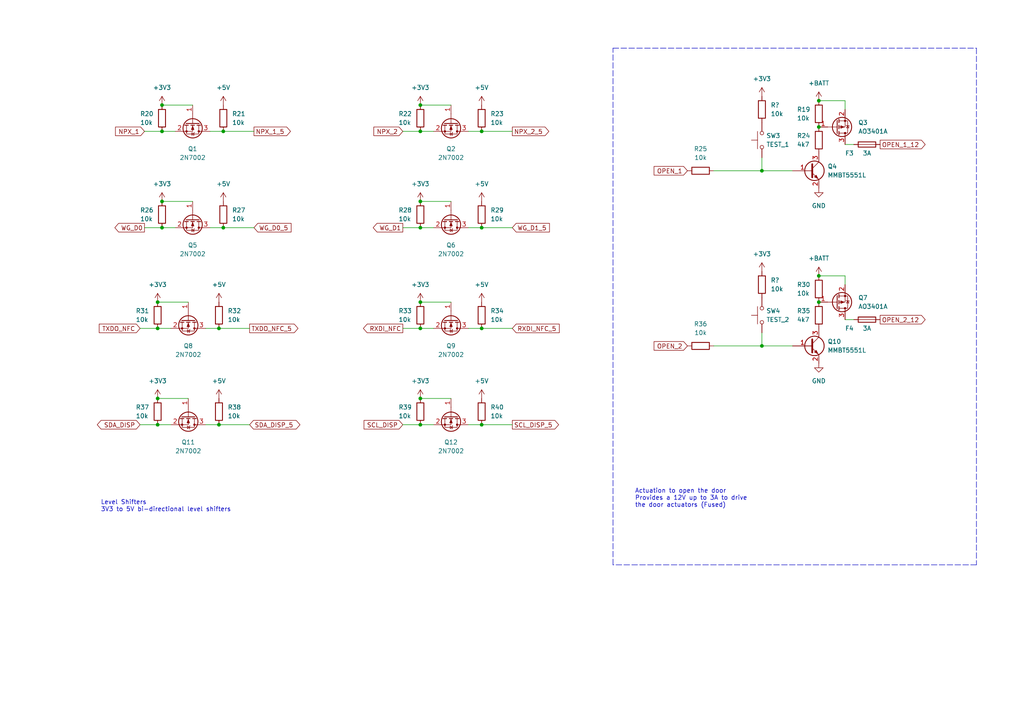
<source format=kicad_sch>
(kicad_sch (version 20211123) (generator eeschema)
  (paper "A4")
  (lib_symbols
    (symbol "Device:Fuse" (pin_numbers hide) (pin_names (offset 0))
      (property "Reference" "F" (at 2.032 0 90))
      (property "Value" "Fuse" (at -1.905 0 90))
      (symbol "Fuse_0_1"
        (rectangle (start -0.762 -2.54) (end 0.762 2.54) (stroke (width 0.254)))
        (polyline (pts (xy 0 2.54) (xy 0 -2.54)))
      )
      (symbol "Fuse_1_1"
        (pin passive line (at 0 3.81 270) (length 1.27) (name "~") (number "1"))
        (pin passive line (at 0 -3.81 90) (length 1.27) (name "~") (number "2"))
      )
    )
    (symbol "Device:R" (pin_numbers hide) (pin_names (offset 0))
      (property "Reference" "R" (at 2.032 0 90))
      (property "Value" "R" (at 0 0 90))
      (symbol "R_0_1"
        (rectangle (start -1.016 -2.54) (end 1.016 2.54) (stroke (width 0.254)))
      )
      (symbol "R_1_1"
        (pin passive line (at 0 3.81 270) (length 1.27) (name "~") (number "1"))
        (pin passive line (at 0 -3.81 90) (length 1.27) (name "~") (number "2"))
      )
    )
    (symbol "Power:V_BATT" (power) (pin_names (offset 0))
      (property "Value" "V_BATT" (at 0 3.556 0))
      (symbol "V_BATT_0_1"
        (polyline (pts (xy -0.762 1.27) (xy 0 2.54)))
        (polyline (pts (xy 0 0) (xy 0 2.54)))
        (polyline (pts (xy 0 2.54) (xy 0.762 1.27)))
      )
      (symbol "V_BATT_1_1"
        (pin power_in line (at 0 0 90) (length 0) hide (name "+BATT") (number "1"))
      )
    )
    (symbol "Switch:SW_Push" (pin_numbers hide) (pin_names (offset 1.016) hide)
      (property "Reference" "SW" (at 1.27 2.54 0))
      (property "Value" "SW_Push" (at 0 -1.524 0))
      (symbol "SW_Push_0_1"
        (circle (center -2.032 0) (radius 0.508))
        (polyline (pts (xy 0 1.27) (xy 0 3.048)))
        (polyline (pts (xy 2.54 1.27) (xy -2.54 1.27)))
        (circle (center 2.032 0) (radius 0.508))
        (pin passive line (at -5.08 0 0) (length 2.54) (name "1") (number "1"))
        (pin passive line (at 5.08 0 180) (length 2.54) (name "2") (number "2"))
      )
    )
    (symbol "Transistor_BJT:MMBT5551L" (pin_names (offset 0) hide)
      (property "Reference" "Q" (at 5.08 1.905 0))
      (property "Value" "MMBT5551L" (at 5.08 0 0))
      (symbol "MMBT5551L_0_1"
        (polyline (pts (xy 0.635 0.635) (xy 2.54 2.54)))
        (polyline (pts (xy 0.635 -0.635) (xy 2.54 -2.54) (xy 2.54 -2.54)))
        (polyline (pts (xy 0.635 1.905) (xy 0.635 -1.905) (xy 0.635 -1.905)) (stroke (width 0.508)))
        (polyline (pts (xy 1.27 -1.778) (xy 1.778 -1.27) (xy 2.286 -2.286) (xy 1.27 -1.778) (xy 1.27 -1.778)) (fill (type outline)))
        (circle (center 1.27 0) (radius 2.8194) (stroke (width 0.254)))
      )
      (symbol "MMBT5551L_1_1"
        (pin input line (at -5.08 0 0) (length 5.715) (name "B") (number "1"))
        (pin passive line (at 2.54 -5.08 90) (length 2.54) (name "E") (number "2"))
        (pin passive line (at 2.54 5.08 270) (length 2.54) (name "C") (number "3"))
      )
    )
    (symbol "Transistor_FET:2N7002" (pin_names hide)
      (property "Reference" "Q" (at 5.08 1.905 0))
      (property "Value" "2N7002" (at 5.08 0 0))
      (symbol "2N7002_0_1"
        (polyline (pts (xy 0.254 0) (xy -2.54 0)))
        (polyline (pts (xy 0.254 1.905) (xy 0.254 -1.905)) (stroke (width 0.254)))
        (polyline (pts (xy 0.762 -1.27) (xy 0.762 -2.286)) (stroke (width 0.254)))
        (polyline (pts (xy 0.762 0.508) (xy 0.762 -0.508)) (stroke (width 0.254)))
        (polyline (pts (xy 0.762 2.286) (xy 0.762 1.27)) (stroke (width 0.254)))
        (polyline (pts (xy 2.54 2.54) (xy 2.54 1.778)))
        (polyline (pts (xy 2.54 -2.54) (xy 2.54 0) (xy 0.762 0)))
        (polyline (pts (xy 0.762 -1.778) (xy 3.302 -1.778) (xy 3.302 1.778) (xy 0.762 1.778)))
        (polyline (pts (xy 1.016 0) (xy 2.032 0.381) (xy 2.032 -0.381) (xy 1.016 0)) (fill (type outline)))
        (polyline (pts (xy 2.794 0.508) (xy 2.921 0.381) (xy 3.683 0.381) (xy 3.81 0.254)))
        (polyline (pts (xy 3.302 0.381) (xy 2.921 -0.254) (xy 3.683 -0.254) (xy 3.302 0.381)))
        (circle (center 1.651 0) (radius 2.794) (stroke (width 0.254)))
        (circle (center 2.54 -1.778) (radius 0.254) (fill (type outline)))
        (circle (center 2.54 1.778) (radius 0.254) (fill (type outline)))
      )
      (symbol "2N7002_1_1"
        (pin input line (at -5.08 0 0) (length 2.54) (name "G") (number "1"))
        (pin passive line (at 2.54 -5.08 90) (length 2.54) (name "S") (number "2"))
        (pin passive line (at 2.54 5.08 270) (length 2.54) (name "D") (number "3"))
      )
    )
    (symbol "Transistor_FET:AO3401A" (pin_names hide)
      (property "Reference" "Q" (at 5.08 1.905 0))
      (property "Value" "AO3401A" (at 5.08 0 0))
      (symbol "AO3401A_0_1"
        (polyline (pts (xy 0.254 0) (xy -2.54 0)))
        (polyline (pts (xy 0.254 1.905) (xy 0.254 -1.905)) (stroke (width 0.254)))
        (polyline (pts (xy 0.762 -1.27) (xy 0.762 -2.286)) (stroke (width 0.254)))
        (polyline (pts (xy 0.762 0.508) (xy 0.762 -0.508)) (stroke (width 0.254)))
        (polyline (pts (xy 0.762 2.286) (xy 0.762 1.27)) (stroke (width 0.254)))
        (polyline (pts (xy 2.54 2.54) (xy 2.54 1.778)))
        (polyline (pts (xy 2.54 -2.54) (xy 2.54 0) (xy 0.762 0)))
        (polyline (pts (xy 0.762 1.778) (xy 3.302 1.778) (xy 3.302 -1.778) (xy 0.762 -1.778)))
        (polyline (pts (xy 2.286 0) (xy 1.27 0.381) (xy 1.27 -0.381) (xy 2.286 0)) (fill (type outline)))
        (polyline (pts (xy 2.794 -0.508) (xy 2.921 -0.381) (xy 3.683 -0.381) (xy 3.81 -0.254)))
        (polyline (pts (xy 3.302 -0.381) (xy 2.921 0.254) (xy 3.683 0.254) (xy 3.302 -0.381)))
        (circle (center 1.651 0) (radius 2.794) (stroke (width 0.254)))
        (circle (center 2.54 -1.778) (radius 0.254) (fill (type outline)))
        (circle (center 2.54 1.778) (radius 0.254) (fill (type outline)))
      )
      (symbol "AO3401A_1_1"
        (pin input line (at -5.08 0 0) (length 2.54) (name "G") (number "1"))
        (pin passive line (at 2.54 -5.08 90) (length 2.54) (name "S") (number "2"))
        (pin passive line (at 2.54 5.08 270) (length 2.54) (name "D") (number "3"))
      )
    )
    (symbol "power:+3V3" (power) (pin_names (offset 0))
      (property "Value" "+3V3" (at 0 3.556 0))
      (symbol "+3V3_0_1"
        (polyline (pts (xy -0.762 1.27) (xy 0 2.54)))
        (polyline (pts (xy 0 0) (xy 0 2.54)))
        (polyline (pts (xy 0 2.54) (xy 0.762 1.27)))
      )
      (symbol "+3V3_1_1"
        (pin power_in line (at 0 0 90) (length 0) hide (name "+3V3") (number "1"))
      )
    )
    (symbol "power:+5V" (power) (pin_names (offset 0))
      (property "Value" "+5V" (at 0 3.556 0))
      (symbol "+5V_0_1"
        (polyline (pts (xy -0.762 1.27) (xy 0 2.54)))
        (polyline (pts (xy 0 0) (xy 0 2.54)))
        (polyline (pts (xy 0 2.54) (xy 0.762 1.27)))
      )
      (symbol "+5V_1_1"
        (pin power_in line (at 0 0 90) (length 0) hide (name "+5V") (number "1"))
      )
    )
    (symbol "power:GND" (power) (pin_names (offset 0))
      (property "Value" "GND" (at 0 -3.81 0))
      (symbol "GND_0_1"
        (polyline (pts (xy 0 0) (xy 0 -1.27) (xy 1.27 -1.27) (xy 0 -2.54) (xy -1.27 -1.27) (xy 0 -1.27)))
      )
      (symbol "GND_1_1"
        (pin power_in line (at 0 0 270) (length 0) hide (name "GND") (number "1"))
      )
    )
  )
  (junction (at 121.92 38.1))
  (junction (at 45.72 123.19))
  (junction (at 121.92 58.42))
  (junction (at 46.99 66.04))
  (junction (at 121.92 87.63))
  (junction (at 64.77 38.1))
  (junction (at 121.92 115.57))
  (junction (at 63.5 123.19))
  (junction (at 237.49 29.21))
  (junction (at 139.7 123.19))
  (junction (at 220.98 49.53))
  (junction (at 220.98 100.33))
  (junction (at 63.5 95.25))
  (junction (at 45.72 95.25))
  (junction (at 121.92 30.48))
  (junction (at 139.7 38.1))
  (junction (at 45.72 87.63))
  (junction (at 237.49 36.83))
  (junction (at 121.92 95.25))
  (junction (at 139.7 95.25))
  (junction (at 64.77 66.04))
  (junction (at 46.99 30.48))
  (junction (at 237.49 80.01))
  (junction (at 121.92 66.04))
  (junction (at 121.92 123.19))
  (junction (at 139.7 66.04))
  (junction (at 237.49 87.63))
  (junction (at 46.99 58.42))
  (junction (at 45.72 115.57))
  (junction (at 46.99 38.1))
  (wire (pts (xy 59.69 95.25) (xy 63.5 95.25)))
  (wire (pts (xy 135.89 66.04) (xy 139.7 66.04)))
  (wire (pts (xy 121.92 58.42) (xy 130.81 58.42)))
  (wire (pts (xy 46.99 66.04) (xy 50.8 66.04)))
  (wire (pts (xy 40.64 95.25) (xy 45.72 95.25)))
  (wire (pts (xy 220.98 49.53) (xy 229.87 49.53)))
  (wire (pts (xy 45.72 87.63) (xy 54.61 87.63)))
  (wire (pts (xy 46.99 38.1) (xy 50.8 38.1)))
  (wire (pts (xy 245.11 92.71) (xy 247.65 92.71)))
  (wire (pts (xy 72.39 123.19) (xy 63.5 123.19)))
  (wire (pts (xy 121.92 95.25) (xy 125.73 95.25)))
  (polyline (pts (xy 283.21 163.83) (xy 177.8 163.83)))
  (wire (pts (xy 135.89 123.19) (xy 139.7 123.19)))
  (wire (pts (xy 220.98 100.33) (xy 229.87 100.33)))
  (wire (pts (xy 139.7 123.19) (xy 148.59 123.19)))
  (wire (pts (xy 121.92 115.57) (xy 130.81 115.57)))
  (wire (pts (xy 207.01 100.33) (xy 220.98 100.33)))
  (wire (pts (xy 135.89 38.1) (xy 139.7 38.1)))
  (wire (pts (xy 121.92 38.1) (xy 125.73 38.1)))
  (wire (pts (xy 245.11 29.21) (xy 245.11 31.75)))
  (wire (pts (xy 121.92 87.63) (xy 130.81 87.63)))
  (wire (pts (xy 139.7 38.1) (xy 148.59 38.1)))
  (wire (pts (xy 46.99 58.42) (xy 55.88 58.42)))
  (wire (pts (xy 72.39 95.25) (xy 63.5 95.25)))
  (wire (pts (xy 139.7 95.25) (xy 148.59 95.25)))
  (wire (pts (xy 121.92 66.04) (xy 125.73 66.04)))
  (polyline (pts (xy 283.21 13.97) (xy 283.21 163.83)))
  (wire (pts (xy 121.92 123.19) (xy 125.73 123.19)))
  (wire (pts (xy 41.91 38.1) (xy 46.99 38.1)))
  (wire (pts (xy 237.49 29.21) (xy 245.11 29.21)))
  (polyline (pts (xy 177.8 13.97) (xy 283.21 13.97)))
  (wire (pts (xy 245.11 41.91) (xy 247.65 41.91)))
  (wire (pts (xy 116.84 95.25) (xy 121.92 95.25)))
  (wire (pts (xy 45.72 123.19) (xy 49.53 123.19)))
  (wire (pts (xy 73.66 66.04) (xy 64.77 66.04)))
  (wire (pts (xy 220.98 45.72) (xy 220.98 49.53)))
  (wire (pts (xy 45.72 95.25) (xy 49.53 95.25)))
  (wire (pts (xy 60.96 66.04) (xy 64.77 66.04)))
  (polyline (pts (xy 177.8 163.83) (xy 177.8 13.97)))
  (wire (pts (xy 139.7 66.04) (xy 148.59 66.04)))
  (wire (pts (xy 116.84 123.19) (xy 121.92 123.19)))
  (wire (pts (xy 220.98 96.52) (xy 220.98 100.33)))
  (wire (pts (xy 60.96 38.1) (xy 64.77 38.1)))
  (wire (pts (xy 59.69 123.19) (xy 63.5 123.19)))
  (wire (pts (xy 41.91 66.04) (xy 46.99 66.04)))
  (wire (pts (xy 116.84 38.1) (xy 121.92 38.1)))
  (wire (pts (xy 45.72 115.57) (xy 54.61 115.57)))
  (wire (pts (xy 64.77 38.1) (xy 73.66 38.1)))
  (wire (pts (xy 40.64 123.19) (xy 45.72 123.19)))
  (wire (pts (xy 116.84 66.04) (xy 121.92 66.04)))
  (wire (pts (xy 245.11 80.01) (xy 245.11 82.55)))
  (wire (pts (xy 121.92 30.48) (xy 130.81 30.48)))
  (wire (pts (xy 135.89 95.25) (xy 139.7 95.25)))
  (wire (pts (xy 207.01 49.53) (xy 220.98 49.53)))
  (wire (pts (xy 237.49 80.01) (xy 245.11 80.01)))
  (wire (pts (xy 46.99 30.48) (xy 55.88 30.48)))
  (text "Level Shifters\n3V3 to 5V bi-directional level shifters" (at 29.21 148.59 0) (effects (font (size 1.27 1.27)) (justify left bottom)))
  (text "Actuation to open the door\nProvides a 12V up to 3A to drive\nthe door actuators (Fused)" (at 184.15 147.32 0) (effects (font (size 1.27 1.27)) (justify left bottom)))
  (global_label "SDA_DISP_5" (shape bidirectional) (at 72.39 123.19 0) (property "Intersheet References" "${INTERSHEET_REFS}" (effects hide)))
  (global_label "NPX_1" (shape input) (at 41.91 38.1 180) (property "Intersheet References" "${INTERSHEET_REFS}" (effects hide)))
  (global_label "OPEN_1" (shape input) (at 199.39 49.53 180) (property "Intersheet References" "${INTERSHEET_REFS}" (effects hide)))
  (global_label "RXDI_NFC" (shape output) (at 116.84 95.25 180) (property "Intersheet References" "${INTERSHEET_REFS}" (effects hide)))
  (global_label "OPEN_2" (shape input) (at 199.39 100.33 180) (property "Intersheet References" "${INTERSHEET_REFS}" (effects hide)))
  (global_label "SCL_DISP_5" (shape output) (at 148.59 123.19 0) (property "Intersheet References" "${INTERSHEET_REFS}" (effects hide)))
  (global_label "WG_D0_5" (shape input) (at 73.66 66.04 0) (property "Intersheet References" "${INTERSHEET_REFS}" (effects hide)))
  (global_label "OPEN_1_12" (shape output) (at 255.27 41.91 0) (property "Intersheet References" "${INTERSHEET_REFS}" (effects hide)))
  (global_label "SDA_DISP" (shape bidirectional) (at 40.64 123.19 180) (property "Intersheet References" "${INTERSHEET_REFS}" (effects hide)))
  (global_label "SCL_DISP" (shape input) (at 116.84 123.19 180) (property "Intersheet References" "${INTERSHEET_REFS}" (effects hide)))
  (global_label "WG_D0" (shape output) (at 41.91 66.04 180) (property "Intersheet References" "${INTERSHEET_REFS}" (effects hide)))
  (global_label "NPX_2" (shape input) (at 116.84 38.1 180) (property "Intersheet References" "${INTERSHEET_REFS}" (effects hide)))
  (global_label "RXDI_NFC_5" (shape input) (at 148.59 95.25 0) (property "Intersheet References" "${INTERSHEET_REFS}" (effects hide)))
  (global_label "TXDO_NFC" (shape input) (at 40.64 95.25 180) (property "Intersheet References" "${INTERSHEET_REFS}" (effects hide)))
  (global_label "NPX_1_5" (shape output) (at 73.66 38.1 0) (property "Intersheet References" "${INTERSHEET_REFS}" (effects hide)))
  (global_label "WG_D1" (shape output) (at 116.84 66.04 180) (property "Intersheet References" "${INTERSHEET_REFS}" (effects hide)))
  (global_label "NPX_2_5" (shape output) (at 148.59 38.1 0) (property "Intersheet References" "${INTERSHEET_REFS}" (effects hide)))
  (global_label "WG_D1_5" (shape input) (at 148.59 66.04 0) (property "Intersheet References" "${INTERSHEET_REFS}" (effects hide)))
  (global_label "OPEN_2_12" (shape output) (at 255.27 92.71 0) (property "Intersheet References" "${INTERSHEET_REFS}" (effects hide)))
  (global_label "TXDO_NFC_5" (shape output) (at 72.39 95.25 0) (property "Intersheet References" "${INTERSHEET_REFS}" (effects hide)))
  (symbol (lib_id "power:+5V") (at 64.77 58.42 0) (unit 1)
    (property "Reference" "#PWR061" (effects hide))
    (property "Value" "+5V" (at 64.77 53.34 0))
  )
  (symbol (lib_id "Device:R") (at 203.2 100.33 90) (unit 1)
    (property "Reference" "R36" (at 203.2 93.98 90))
    (property "Value" "10k" (at 203.2 96.52 90))
    (property "Footprint" "Resistor_SMD:R_0603_1608Metric" (effects hide))
    (property "LCSC" "C25804" (effects hide))
  )
  (symbol (lib_id "Device:R") (at 203.2 49.53 90) (unit 1)
    (property "Reference" "R25" (at 203.2 43.18 90))
    (property "Value" "10k" (at 203.2 45.72 90))
    (property "Footprint" "Resistor_SMD:R_0603_1608Metric" (effects hide))
    (property "LCSC" "C25804" (effects hide))
  )
  (symbol (lib_id "Transistor_FET:2N7002") (at 54.61 120.65 270) (unit 1)
    (property "Reference" "Q11" (at 54.61 128.27 90))
    (property "Value" "2N7002" (at 54.61 130.81 90))
    (property "Footprint" "Package_TO_SOT_SMD:SOT-23" (effects hide))
    (property "Datasheet" "https://www.onsemi.com/pub/Collateral/NDS7002A-D.PDF" (effects hide))
    (property "LCSC" "C8545" (effects hide))
    (property "JLCPCB_CORRECTION" "0; 0; 180" (effects hide))
  )
  (symbol (lib_id "Device:Fuse") (at 251.46 92.71 270) (unit 1)
    (property "Reference" "F4" (at 246.38 95.25 90))
    (property "Value" "3A" (at 251.46 95.25 90))
    (property "Footprint" "Fuse:Fuseholder_Cylinder-5x20mm_Schurter_0031_8201_Horizontal_Open" (effects hide))
    (property "BUY" "C3130" (effects hide))
  )
  (symbol (lib_id "Switch:SW_Push") (at 220.98 91.44 90) (unit 1)
    (property "Reference" "SW4" (at 222.25 90.1699 90) (effects (justify right)))
    (property "Value" "TEST_2" (at 222.25 92.7099 90) (effects (justify right)))
    (property "Footprint" "Button_Switch_SMD:SW_Push_1P1T_NO_CK_KSC7xxJ" (effects hide))
    (property "Datasheet" "https://datasheet.lcsc.com/lcsc/2002271431_XKB-Connectivity-TS-1187A-B-A-B_C318884.pdf" (effects hide))
    (property "LCSC" "C318884" (effects hide))
  )
  (symbol (lib_id "power:GND") (at 237.49 105.41 0) (unit 1)
    (property "Reference" "#PWR070" (effects hide))
    (property "Value" "GND" (at 237.49 110.49 0))
  )
  (symbol (lib_id "power:+5V") (at 64.77 30.48 0) (unit 1)
    (property "Reference" "#PWR055" (effects hide))
    (property "Value" "+5V" (at 64.77 25.4 0))
  )
  (symbol (lib_id "Power:V_BATT") (at 237.49 29.21 0) (unit 1)
    (property "Reference" "#PWR053" (effects hide))
    (property "Value" "V_BATT" (at 237.49 24.13 0))
  )
  (symbol (lib_id "power:+5V") (at 139.7 30.48 0) (unit 1)
    (property "Reference" "#PWR057" (effects hide))
    (property "Value" "+5V" (at 139.7 25.4 0))
  )
  (symbol (lib_id "Device:R") (at 121.92 62.23 0) (unit 1)
    (property "Reference" "R28" (at 115.57 60.96 0) (effects (justify left)))
    (property "Value" "10k" (at 115.57 63.5 0) (effects (justify left)))
    (property "Footprint" "Resistor_SMD:R_0603_1608Metric" (effects hide))
    (property "LCSC" "C25804" (effects hide))
  )
  (symbol (lib_id "power:+3V3") (at 220.98 27.94 0) (unit 1)
    (property "Reference" "#PWR058" (effects hide))
    (property "Value" "+3V3" (at 220.98 22.86 0))
  )
  (symbol (lib_id "Device:Fuse") (at 251.46 41.91 270) (unit 1)
    (property "Reference" "F3" (at 246.38 44.45 90))
    (property "Value" "3A" (at 251.46 44.45 90))
    (property "Footprint" "Fuse:Fuseholder_Cylinder-5x20mm_Schurter_0031_8201_Horizontal_Open" (effects hide))
    (property "BUY" "C3130" (effects hide))
  )
  (symbol (lib_id "Device:R") (at 121.92 119.38 0) (unit 1)
    (property "Reference" "R39" (at 115.57 118.11 0) (effects (justify left)))
    (property "Value" "10k" (at 115.57 120.65 0) (effects (justify left)))
    (property "Footprint" "Resistor_SMD:R_0603_1608Metric" (effects hide))
    (property "LCSC" "C25804" (effects hide))
  )
  (symbol (lib_id "power:+5V") (at 139.7 115.57 0) (unit 1)
    (property "Reference" "#PWR074" (effects hide))
    (property "Value" "+5V" (at 139.7 110.49 0))
  )
  (symbol (lib_id "Device:R") (at 45.72 119.38 0) (unit 1)
    (property "Reference" "R37" (at 39.37 118.11 0) (effects (justify left)))
    (property "Value" "10k" (at 39.37 120.65 0) (effects (justify left)))
    (property "Footprint" "Resistor_SMD:R_0603_1608Metric" (effects hide))
    (property "LCSC" "C25804" (effects hide))
  )
  (symbol (lib_id "power:+5V") (at 139.7 58.42 0) (unit 1)
    (property "Reference" "#PWR063" (effects hide))
    (property "Value" "+5V" (at 139.7 53.34 0))
  )
  (symbol (lib_id "Device:R") (at 63.5 91.44 0) (unit 1)
    (property "Reference" "R32" (at 66.04 90.17 0) (effects (justify left)))
    (property "Value" "10k" (at 66.04 92.71 0) (effects (justify left)))
    (property "Footprint" "Resistor_SMD:R_0603_1608Metric" (effects hide))
    (property "LCSC" "C25804" (effects hide))
  )
  (symbol (lib_id "Device:R") (at 237.49 40.64 0) (unit 1)
    (property "Reference" "R24" (at 231.14 39.37 0) (effects (justify left)))
    (property "Value" "4k7" (at 231.14 41.91 0) (effects (justify left)))
    (property "Footprint" "Resistor_SMD:R_0603_1608Metric" (effects hide))
    (property "LCSC" "C23162" (effects hide))
  )
  (symbol (lib_id "Transistor_FET:AO3401A") (at 242.57 87.63 0) (mirror x) (unit 1)
    (property "Reference" "Q7" (at 248.92 86.3599 0) (effects (justify left)))
    (property "Value" "AO3401A" (at 248.92 88.8999 0) (effects (justify left)))
    (property "Footprint" "Package_TO_SOT_SMD:SOT-23" (effects hide))
    (property "Datasheet" "https://datasheet.lcsc.com/lcsc/1810171817_Alpha---Omega-Semicon-AO3401A_C15127.pdf" (effects hide))
    (property "LCSC" "C15127" (effects hide))
    (property "JLCPCB_CORRECTION" "0; 0; 180" (effects hide))
  )
  (symbol (lib_id "power:+3V3") (at 121.92 58.42 0) (unit 1)
    (property "Reference" "#PWR062" (effects hide))
    (property "Value" "+3V3" (at 121.92 53.34 0))
  )
  (symbol (lib_id "Device:R") (at 237.49 83.82 0) (unit 1)
    (property "Reference" "R30" (at 231.14 82.55 0) (effects (justify left)))
    (property "Value" "10k" (at 231.14 85.09 0) (effects (justify left)))
    (property "Footprint" "Resistor_SMD:R_0603_1608Metric" (effects hide))
    (property "LCSC" "C25804" (effects hide))
  )
  (symbol (lib_id "power:+3V3") (at 45.72 87.63 0) (unit 1)
    (property "Reference" "#PWR066" (effects hide))
    (property "Value" "+3V3" (at 45.72 82.55 0))
  )
  (symbol (lib_id "Transistor_FET:2N7002") (at 54.61 92.71 270) (unit 1)
    (property "Reference" "Q8" (at 54.61 100.33 90))
    (property "Value" "2N7002" (at 54.61 102.87 90))
    (property "Footprint" "Package_TO_SOT_SMD:SOT-23" (effects hide))
    (property "Datasheet" "https://www.onsemi.com/pub/Collateral/NDS7002A-D.PDF" (effects hide))
    (property "LCSC" "C8545" (effects hide))
    (property "JLCPCB_CORRECTION" "0; 0; 180" (effects hide))
  )
  (symbol (lib_id "Device:R") (at 139.7 91.44 0) (unit 1)
    (property "Reference" "R34" (at 142.24 90.17 0) (effects (justify left)))
    (property "Value" "10k" (at 142.24 92.71 0) (effects (justify left)))
    (property "Footprint" "Resistor_SMD:R_0603_1608Metric" (effects hide))
    (property "LCSC" "C25804" (effects hide))
  )
  (symbol (lib_id "Device:R") (at 63.5 119.38 0) (unit 1)
    (property "Reference" "R38" (at 66.04 118.11 0) (effects (justify left)))
    (property "Value" "10k" (at 66.04 120.65 0) (effects (justify left)))
    (property "Footprint" "Resistor_SMD:R_0603_1608Metric" (effects hide))
    (property "LCSC" "C25804" (effects hide))
  )
  (symbol (lib_id "power:GND") (at 237.49 54.61 0) (unit 1)
    (property "Reference" "#PWR059" (effects hide))
    (property "Value" "GND" (at 237.49 59.69 0))
  )
  (symbol (lib_id "Transistor_BJT:MMBT5551L") (at 234.95 49.53 0) (unit 1)
    (property "Reference" "Q4" (at 240.03 48.2599 0) (effects (justify left)))
    (property "Value" "MMBT5551L" (at 240.03 50.7999 0) (effects (justify left)))
    (property "Footprint" "Package_TO_SOT_SMD:SOT-23" (effects hide))
    (property "Datasheet" "https://datasheet.lcsc.com/lcsc/1810190020_Jiangsu-Changjing-Electronics-Technology-Co---Ltd--MMBT5551_C2145.pdf" (effects hide))
    (property "LCSC" "C2145" (effects hide))
    (property "JLCPCB_CORRECTION" "0; 0; 180" (effects hide))
  )
  (symbol (lib_id "Transistor_FET:2N7002") (at 130.81 92.71 270) (unit 1)
    (property "Reference" "Q9" (at 130.81 100.33 90))
    (property "Value" "2N7002" (at 130.81 102.87 90))
    (property "Footprint" "Package_TO_SOT_SMD:SOT-23" (effects hide))
    (property "Datasheet" "https://www.onsemi.com/pub/Collateral/NDS7002A-D.PDF" (effects hide))
    (property "LCSC" "C8545" (effects hide))
    (property "JLCPCB_CORRECTION" "0; 0; 180" (effects hide))
  )
  (symbol (lib_id "Transistor_FET:AO3401A") (at 242.57 36.83 0) (mirror x) (unit 1)
    (property "Reference" "Q3" (at 248.92 35.5599 0) (effects (justify left)))
    (property "Value" "AO3401A" (at 248.92 38.0999 0) (effects (justify left)))
    (property "Footprint" "Package_TO_SOT_SMD:SOT-23" (effects hide))
    (property "Datasheet" "https://datasheet.lcsc.com/lcsc/1810171817_Alpha---Omega-Semicon-AO3401A_C15127.pdf" (effects hide))
    (property "LCSC" "C15127" (effects hide))
    (property "JLCPCB_CORRECTION" "0; 0; 180" (effects hide))
  )
  (symbol (lib_id "Power:V_BATT") (at 237.49 80.01 0) (unit 1)
    (property "Reference" "#PWR064" (effects hide))
    (property "Value" "V_BATT" (at 237.49 74.93 0))
  )
  (symbol (lib_id "Transistor_FET:2N7002") (at 55.88 35.56 270) (unit 1)
    (property "Reference" "Q1" (at 55.88 43.18 90))
    (property "Value" "2N7002" (at 55.88 45.72 90))
    (property "Footprint" "Package_TO_SOT_SMD:SOT-23" (effects hide))
    (property "Datasheet" "https://datasheet.lcsc.com/lcsc/1810151612_Jiangsu-Changjing-Electronics-Technology-Co---Ltd--2N7002_C8545.pdf" (effects hide))
    (property "LCSC" "C8545" (effects hide))
    (property "JLCPCB_CORRECTION" "0; 0; 180" (effects hide))
  )
  (symbol (lib_id "Transistor_FET:2N7002") (at 130.81 35.56 270) (unit 1)
    (property "Reference" "Q2" (at 130.81 43.18 90))
    (property "Value" "2N7002" (at 130.81 45.72 90))
    (property "Footprint" "Package_TO_SOT_SMD:SOT-23" (effects hide))
    (property "Datasheet" "https://www.onsemi.com/pub/Collateral/NDS7002A-D.PDF" (effects hide))
    (property "LCSC" "C8545" (effects hide))
    (property "JLCPCB_CORRECTION" "0; 0; 180" (effects hide))
  )
  (symbol (lib_id "power:+5V") (at 63.5 87.63 0) (unit 1)
    (property "Reference" "#PWR067" (effects hide))
    (property "Value" "+5V" (at 63.5 82.55 0))
  )
  (symbol (lib_id "Device:R") (at 121.92 91.44 0) (unit 1)
    (property "Reference" "R33" (at 115.57 90.17 0) (effects (justify left)))
    (property "Value" "10k" (at 115.57 92.71 0) (effects (justify left)))
    (property "Footprint" "Resistor_SMD:R_0603_1608Metric" (effects hide))
    (property "LCSC" "C25804" (effects hide))
  )
  (symbol (lib_id "Switch:SW_Push") (at 220.98 40.64 90) (unit 1)
    (property "Reference" "SW3" (at 222.25 39.3699 90) (effects (justify right)))
    (property "Value" "TEST_1" (at 222.25 41.9099 90) (effects (justify right)))
    (property "Footprint" "Button_Switch_SMD:SW_Push_1P1T_NO_CK_KSC7xxJ" (effects hide))
    (property "Datasheet" "https://datasheet.lcsc.com/lcsc/2002271431_XKB-Connectivity-TS-1187A-B-A-B_C318884.pdf" (effects hide))
    (property "LCSC" "C318884" (effects hide))
  )
  (symbol (lib_id "Transistor_FET:2N7002") (at 130.81 63.5 270) (unit 1)
    (property "Reference" "Q6" (at 130.81 71.12 90))
    (property "Value" "2N7002" (at 130.81 73.66 90))
    (property "Footprint" "Package_TO_SOT_SMD:SOT-23" (effects hide))
    (property "Datasheet" "https://www.onsemi.com/pub/Collateral/NDS7002A-D.PDF" (effects hide))
    (property "LCSC" "C8545" (effects hide))
    (property "JLCPCB_CORRECTION" "0; 0; 180" (effects hide))
  )
  (symbol (lib_id "Device:R") (at 139.7 62.23 0) (unit 1)
    (property "Reference" "R29" (at 142.24 60.96 0) (effects (justify left)))
    (property "Value" "10k" (at 142.24 63.5 0) (effects (justify left)))
    (property "Footprint" "Resistor_SMD:R_0603_1608Metric" (effects hide))
    (property "LCSC" "C25804" (effects hide))
  )
  (symbol (lib_id "Device:R") (at 237.49 33.02 0) (unit 1)
    (property "Reference" "R19" (at 231.14 31.75 0) (effects (justify left)))
    (property "Value" "10k" (at 231.14 34.29 0) (effects (justify left)))
    (property "Footprint" "Resistor_SMD:R_0603_1608Metric" (effects hide))
    (property "LCSC" "C25804" (effects hide))
  )
  (symbol (lib_id "Transistor_FET:2N7002") (at 55.88 63.5 270) (unit 1)
    (property "Reference" "Q5" (at 55.88 71.12 90))
    (property "Value" "2N7002" (at 55.88 73.66 90))
    (property "Footprint" "Package_TO_SOT_SMD:SOT-23" (effects hide))
    (property "Datasheet" "https://www.onsemi.com/pub/Collateral/NDS7002A-D.PDF" (effects hide))
    (property "LCSC" "C8545" (effects hide))
    (property "JLCPCB_CORRECTION" "0; 0; 180" (effects hide))
  )
  (symbol (lib_id "Device:R") (at 237.49 91.44 0) (unit 1)
    (property "Reference" "R35" (at 231.14 90.17 0) (effects (justify left)))
    (property "Value" "4k7" (at 231.14 92.71 0) (effects (justify left)))
    (property "Footprint" "Resistor_SMD:R_0603_1608Metric" (effects hide))
    (property "LCSC" "C23162" (effects hide))
  )
  (symbol (lib_id "power:+5V") (at 63.5 115.57 0) (unit 1)
    (property "Reference" "#PWR072" (effects hide))
    (property "Value" "+5V" (at 63.5 110.49 0))
  )
  (symbol (lib_id "power:+3V3") (at 220.98 78.74 0) (unit 1)
    (property "Reference" "#PWR065" (effects hide))
    (property "Value" "+3V3" (at 220.98 73.66 0))
  )
  (symbol (lib_id "Device:R") (at 64.77 62.23 0) (unit 1)
    (property "Reference" "R27" (at 67.31 60.96 0) (effects (justify left)))
    (property "Value" "10k" (at 67.31 63.5 0) (effects (justify left)))
    (property "Footprint" "Resistor_SMD:R_0603_1608Metric" (effects hide))
    (property "LCSC" "C25804" (effects hide))
  )
  (symbol (lib_id "Device:R") (at 46.99 62.23 0) (unit 1)
    (property "Reference" "R26" (at 40.64 60.96 0) (effects (justify left)))
    (property "Value" "10k" (at 40.64 63.5 0) (effects (justify left)))
    (property "Footprint" "Resistor_SMD:R_0603_1608Metric" (effects hide))
    (property "LCSC" "C25804" (effects hide))
  )
  (symbol (lib_id "Transistor_BJT:MMBT5551L") (at 234.95 100.33 0) (unit 1)
    (property "Reference" "Q10" (at 240.03 99.0599 0) (effects (justify left)))
    (property "Value" "MMBT5551L" (at 240.03 101.5999 0) (effects (justify left)))
    (property "Footprint" "Package_TO_SOT_SMD:SOT-23" (effects hide))
    (property "Datasheet" "https://datasheet.lcsc.com/lcsc/1810190020_Jiangsu-Changjing-Electronics-Technology-Co---Ltd--MMBT5551_C2145.pdf" (effects hide))
    (property "LCSC" "C2145" (effects hide))
    (property "JLCPCB_CORRECTION" "0; 0; 180" (effects hide))
  )
  (symbol (lib_id "Device:R") (at 45.72 91.44 0) (unit 1)
    (property "Reference" "R31" (at 39.37 90.17 0) (effects (justify left)))
    (property "Value" "10k" (at 39.37 92.71 0) (effects (justify left)))
    (property "Footprint" "Resistor_SMD:R_0603_1608Metric" (effects hide))
    (property "LCSC" "C25804" (effects hide))
  )
  (symbol (lib_id "power:+3V3") (at 45.72 115.57 0) (unit 1)
    (property "Reference" "#PWR071" (effects hide))
    (property "Value" "+3V3" (at 45.72 110.49 0))
  )
  (symbol (lib_id "Device:R") (at 139.7 34.29 0) (unit 1)
    (property "Reference" "R23" (at 142.24 33.02 0) (effects (justify left)))
    (property "Value" "10k" (at 142.24 35.56 0) (effects (justify left)))
    (property "Footprint" "Resistor_SMD:R_0603_1608Metric" (effects hide))
    (property "LCSC" "C25804" (effects hide))
  )
  (symbol (lib_id "Transistor_FET:2N7002") (at 130.81 120.65 270) (unit 1)
    (property "Reference" "Q12" (at 130.81 128.27 90))
    (property "Value" "2N7002" (at 130.81 130.81 90))
    (property "Footprint" "Package_TO_SOT_SMD:SOT-23" (effects hide))
    (property "Datasheet" "https://www.onsemi.com/pub/Collateral/NDS7002A-D.PDF" (effects hide))
    (property "LCSC" "C8545" (effects hide))
    (property "JLCPCB_CORRECTION" "0; 0; 180" (effects hide))
  )
  (symbol (lib_id "Device:R") (at 139.7 119.38 0) (unit 1)
    (property "Reference" "R40" (at 142.24 118.11 0) (effects (justify left)))
    (property "Value" "10k" (at 142.24 120.65 0) (effects (justify left)))
    (property "Footprint" "Resistor_SMD:R_0603_1608Metric" (effects hide))
    (property "LCSC" "C25804" (effects hide))
  )
  (symbol (lib_id "power:+3V3") (at 121.92 115.57 0) (unit 1)
    (property "Reference" "#PWR073" (effects hide))
    (property "Value" "+3V3" (at 121.92 110.49 0))
  )
  (symbol (lib_id "Device:R") (at 64.77 34.29 0) (unit 1)
    (property "Reference" "R21" (at 67.31 33.02 0) (effects (justify left)))
    (property "Value" "10k" (at 67.31 35.56 0) (effects (justify left)))
    (property "Footprint" "Resistor_SMD:R_0603_1608Metric" (effects hide))
    (property "LCSC" "C25804" (effects hide))
  )
  (symbol (lib_id "power:+5V") (at 139.7 87.63 0) (unit 1)
    (property "Reference" "#PWR069" (effects hide))
    (property "Value" "+5V" (at 139.7 82.55 0))
  )
  (symbol (lib_id "power:+3V3") (at 46.99 58.42 0) (unit 1)
    (property "Reference" "#PWR060" (effects hide))
    (property "Value" "+3V3" (at 46.99 53.34 0))
  )
  (symbol (lib_id "power:+3V3") (at 121.92 87.63 0) (unit 1)
    (property "Reference" "#PWR068" (effects hide))
    (property "Value" "+3V3" (at 121.92 82.55 0))
  )
  (symbol (lib_id "Device:R") (at 220.98 31.75 180) (unit 1)
    (property "Reference" "R?" (at 223.52 30.4799 0) (effects (justify right)))
    (property "Value" "10k" (at 223.52 33.0199 0) (effects (justify right)))
    (property "Footprint" "Resistor_SMD:R_0603_1608Metric" (effects hide))
    (property "LCSC" "C25804" (effects hide))
  )
  (symbol (lib_id "power:+3V3") (at 46.99 30.48 0) (unit 1)
    (property "Reference" "#PWR054" (effects hide))
    (property "Value" "+3V3" (at 46.99 25.4 0))
  )
  (symbol (lib_id "Device:R") (at 46.99 34.29 0) (unit 1)
    (property "Reference" "R20" (at 40.64 33.02 0) (effects (justify left)))
    (property "Value" "10k" (at 40.64 35.56 0) (effects (justify left)))
    (property "Footprint" "Resistor_SMD:R_0603_1608Metric" (effects hide))
    (property "LCSC" "C25804" (effects hide))
  )
  (symbol (lib_id "Device:R") (at 121.92 34.29 0) (unit 1)
    (property "Reference" "R22" (at 115.57 33.02 0) (effects (justify left)))
    (property "Value" "10k" (at 115.57 35.56 0) (effects (justify left)))
    (property "Footprint" "Resistor_SMD:R_0603_1608Metric" (effects hide))
    (property "LCSC" "C25804" (effects hide))
  )
  (symbol (lib_id "power:+3V3") (at 121.92 30.48 0) (unit 1)
    (property "Reference" "#PWR056" (effects hide))
    (property "Value" "+3V3" (at 121.92 25.4 0))
  )
  (symbol (lib_id "Device:R") (at 220.98 82.55 180) (unit 1)
    (property "Reference" "R?" (at 223.52 81.2799 0) (effects (justify right)))
    (property "Value" "10k" (at 223.52 83.8199 0) (effects (justify right)))
    (property "Footprint" "Resistor_SMD:R_0603_1608Metric" (effects hide))
    (property "LCSC" "C25804" (effects hide))
  )
)
</source>
